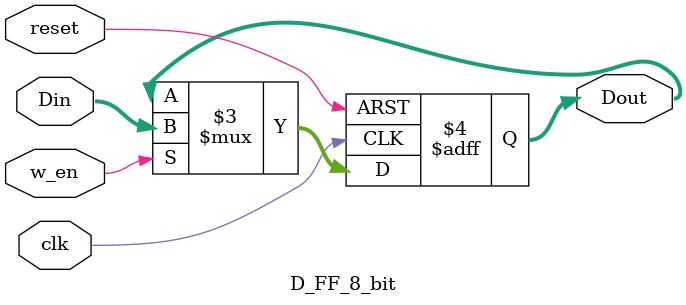
<source format=v>
module D_FF_8_bit(Din, reset, w_en, clk, Dout);
input[7:0] Din;
input reset, w_en, clk;
output[7:0] Dout;
reg[7:0] Dout;

always @(posedge clk, negedge reset)
	if (!reset)
		Dout <= 8'b00000000;
	else
		Dout <= w_en ? Din : Dout;

endmodule
</source>
